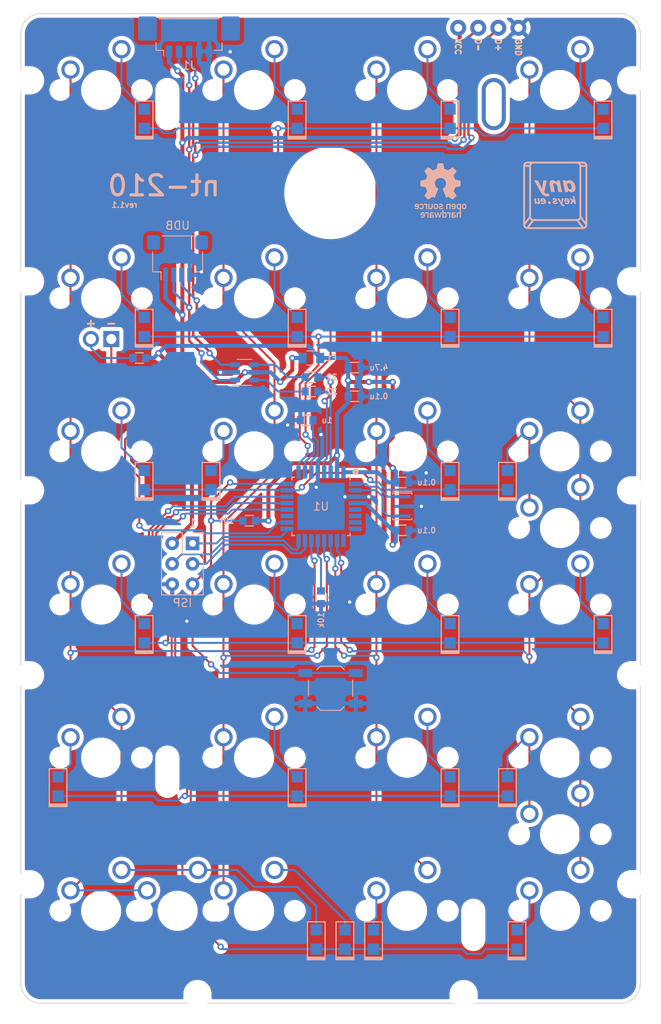
<source format=kicad_pcb>
(kicad_pcb (version 20211014) (generator pcbnew)
  (layers (0 "F.Cu" signal) (31 "B.Cu" signal) (34 "B.Paste" user) (35 "F.Paste" user) (36 "B.SilkS" user "B.Silkscreen") (37 "F.SilkS" user "F.Silkscreen") (38 "B.Mask" user) (39 "F.Mask" user) (44 "Edge.Cuts" user))
  (net 0 "")
  (net 1 "Net-(C5-Pad1)")
  (net 2 "GND")
  (net 3 "VCC")
  (net 4 "VUSB")
  (net 5 "D+")
  (net 6 "D-")
  (net 7 "MISO")
  (net 8 "SCK")
  (net 9 "MOSI")
  (net 10 "RST")
  (net 11 "Net-(R1-Pad1)")
  (net 12 "Net-(L1-Pad2)")
  (net 13 "Net-(D1-Pad2)")
  (net 14 "col0")
  (net 15 "Net-(D2-Pad2)")
  (net 16 "col1")
  (net 17 "Net-(D3-Pad2)")
  (net 18 "col2")
  (net 19 "col3")
  (net 20 "Net-(D5-Pad2)")
  (net 21 "Net-(D9-Pad2)")
  (net 22 "Net-(D10-Pad2)")
  (net 23 "Net-(D12-Pad2)")
  (net 24 "Net-(D13-Pad2)")
  (net 26 "Net-(D20-Pad2)")
  (net 28 "Net-(D21-Pad2)")
  (net 29 "Net-(D22-Pad2)")
  (net 30 "Net-(L1-Pad1)")
  (net 35 "Net-(U1-Pad2)")
  (net 36 "Net-(U1-Pad1)")
  (net 37 "row0")
  (net 38 "row1")
  (net 39 "row2")
  (net 40 "row3")
  (net 41 "row4")
  (net 42 "row5")
  (net 43 "Net-(D23-Pad2)")
  (net 44 "Net-(D17-Pad2)")
  (net 45 "Net-(D18-Pad2)")
  (net 46 "Net-(D19-Pad2)")
  (net 47 "Net-(D24-Pad2)")
  (net 48 "Net-(D14-Pad2)")
  (net 49 "Net-(D15-Pad2)")
  (net 50 "Net-(D16-Pad2)")
  (net 51 "Net-(D11-Pad2)")
  (net 52 "Net-(D4-Pad2)")
  (net 53 "Net-(D6-Pad2)")
  (net 54 "Net-(D7-Pad2)")
  (net 55 "Net-(D8-Pad2)")
  (net 56 "Net-(R1-Pad2)")
  (net 57 "Net-(R2-Pad1)")
  (net 58 "Net-(R2-Pad2)")
  (net 59 "Net-(R3-Pad2)")
  (footprint "footprints:solder_header" (layer "F.Cu") (at 57.745353 1.785931)
    (fp_text reference "J4" hide)
    (fp_text value "Solder header")
  )
  (footprint "Keeb_switches:CHERRY_PLATE_100H" (layer "F.Cu") (at 28.575 9.525)
    (fp_text reference "K2" hide)
    (fp_text value "KEYSW" hide)
  )
  (footprint "Keeb_switches:CHERRY_PLATE_100H" (layer "F.Cu") (at 66.675008 111.625008)
    (fp_text reference "K24" hide)
    (fp_text value "KEYSW" hide)
  )
  (footprint "footprints:sidehole" (layer "F.Cu") (at 0.175008 59.325008)
    (fp_text reference "REF**" hide)
    (fp_text value "sidehole")
  )
  (footprint "footprints:sidehole" (layer "F.Cu") (at 76.025008 8.325008)
    (fp_text reference "REF**" hide)
    (fp_text value "sidehole")
  )
  (footprint "footprints:plate_mount_tht" (layer "F.Cu") (at 66.675 9.525)
    (fp_text reference "REF**" hide)
    (fp_text value "plate_mount_tht")
  )
  (footprint "Keeb_switches:CHERRY_PLATE_100H" (layer "F.Cu") (at 28.575008 92.575008)
    (fp_text reference "K18" hide)
    (fp_text value "KEYSW" hide)
  )
  (footprint "Keeb_switches:CHERRY_PLATE_100H" (layer "F.Cu") (at 66.675008 73.525008)
    (fp_text reference "K16" hide)
    (fp_text value "KEYSW" hide)
  )
  (footprint "Keeb_switches:CHERRY_PLATE_100H" (layer "F.Cu") (at 9.525008 54.475008)
    (fp_text reference "K9" hide)
    (fp_text value "KEYSW" hide)
  )
  (footprint "Keeb_switches:CHERRY_PLATE_100H" (layer "F.Cu") (at 9.525008 92.575008)
    (fp_text reference "K17" hide)
    (fp_text value "KEYSW" hide)
  )
  (footprint "Keeb_switches:CHERRY_PLATE_100H" (layer "F.Cu") (at 47.625008 111.625008)
    (fp_text reference "K23" hide)
    (fp_text value "KEYSW" hide)
  )
  (footprint "Keeb_switches:CHERRY_PLATE_200H" (layer "F.Cu") (at 19.050008 111.625008)
    (fp_text reference "K21" hide)
    (fp_text value "KEYSW" hide)
  )
  (footprint "footprints:sidehole" (layer "F.Cu") (at 54.675008 122.475008 90)
    (fp_text reference "REF**" hide)
    (fp_text value "sidehole")
  )
  (footprint "footprints:sidehole" (layer "F.Cu") (at 0.175008 33.325008)
    (fp_text reference "REF**" hide)
    (fp_text value "sidehole")
  )
  (footprint "Keeb_switches:CHERRY_PLATE_100H" (layer "F.Cu") (at 9.525 9.525)
    (fp_text reference "K1" hide)
    (fp_text value "KEYSW" hide)
  )
  (footprint "footprints:sidehole" (layer "F.Cu") (at 76.025008 82.325008)
    (fp_text reference "REF**" hide)
    (fp_text value "sidehole")
  )
  (footprint "footprints:sidehole" (layer "F.Cu") (at 76.025008 59.325008)
    (fp_text reference "REF**" hide)
    (fp_text value "sidehole")
  )
  (footprint "footprints:10.5mm_hole" (layer "F.Cu") (at 38.100008 22.325008)
    (fp_text reference "REF**" hide)
    (fp_text value "10.5mm_hole")
  )
  (footprint "Keeb_switches:CHERRY_PLATE_100H" (layer "F.Cu") (at 47.625008 35.425008)
    (fp_text reference "K7" hide)
    (fp_text value "KEYSW" hide)
  )
  (footprint "Keeb_switches:CHERRY_PLATE_100H" (layer "F.Cu") (at 66.675008 92.575008)
    (fp_text reference "K20-1" hide)
    (fp_text value "KEYSW" hide)
  )
  (footprint "footprints:sidehole" (layer "F.Cu") (at 0.175008 108.325008)
    (fp_text reference "REF**" hide)
    (fp_text value "sidehole")
  )
  (footprint "Keeb_switches:CHERRY_MX_LED_neo" (layer "F.Cu") (at 9.525008 35.425008)
    (fp_text reference "L1" hide)
    (fp_text value "LED" hide)
  )
  (footprint "Keeb_switches:CHERRY_PLATE_100H" (layer "F.Cu") (at 9.525008 35.425008)
    (fp_text reference "K5" hide)
    (fp_text value "KEYSW" hide)
  )
  (footprint "footprints:sidehole" (layer "F.Cu") (at 0.175008 82.325008)
    (fp_text reference "REF**" hide)
    (fp_text value "sidehole")
  )
  (footprint "Keeb_switches:CHERRY_PLATE_200H_V" (layer "F.Cu") (at 66.675008 64.000008)
    (fp_text reference "K12" hide)
    (fp_text value "KEYSW" hide)
  )
  (footprint "Keeb_switches:CHERRY_PLATE_100H" (layer "F.Cu") (at 47.625008 92.575008)
    (fp_text reference "K19" hide)
    (fp_text value "KEYSW" hide)
  )
  (footprint "footprints:sidehole" (layer "F.Cu") (at 76.025008 108.325008)
    (fp_text reference "REF**" hide)
    (fp_text value "sidehole")
  )
  (footprint "footprints:sidehole" (layer "F.Cu") (at 21.525008 122.475008 90)
    (fp_text reference "REF**" hide)
    (fp_text value "sidehole")
  )
  (footprint "Keeb_switches:CHERRY_PLATE_100H" (layer "F.Cu") (at 9.525008 111.625008)
    (fp_text reference "K21-1" hide)
    (fp_text value "KEYSW" hide)
  )
  (footprint "footprints:sidehole" (layer "F.Cu") (at 76.025008 33.325008)
    (fp_text reference "REF**" hide)
    (fp_text value "sidehole")
  )
  (footprint "Keeb_switches:CHERRY_PLATE_100H" (layer "F.Cu") (at 66.675008 54.475008)
    (fp_text reference "K12-1" hide)
    (fp_text value "KEYSW" hide)
  )
  (footprint "Keeb_switches:CHERRY_PLATE_100H" (layer "F.Cu") (at 47.625008 73.525008)
    (fp_text reference "K15" hide)
    (fp_text value "KEYSW" hide)
  )
  (footprint "Keeb_switches:CHERRY_PLATE_100H" (layer "F.Cu") (at 28.575008 54.475008)
    (fp_text reference "K10" hide)
    (fp_text value "KEYSW" hide)
  )
  (footprint "Keeb_switches:CHERRY_PLATE_100H" (layer "F.Cu") (at 66.675008 35.425008)
    (fp_text reference "K8" hide)
    (fp_text value "KEYSW" hide)
  )
  (footprint "Keeb_switches:CHERRY_PLATE_100H" (layer "F.Cu") (at 66.675 9.525)
    (fp_text reference "K4" hide)
    (fp_text value "KEYSW" hide)
  )
  (footprint "footprints:sidehole" (layer "F.Cu") (at 0.175008 8.325008)
    (fp_text reference "REF**" hide)
    (fp_text value "sidehole")
  )
  (footprint "Keeb_switches:CHERRY_PLATE_200H_V" (layer "F.Cu") (at 66.675008 102.100008)
    (fp_text reference "K20" hide)
    (fp_text value "KEYSW" hide)
  )
  (footprint "Keeb_switches:CHERRY_PLATE_100H" (layer "F.Cu") (at 28.575008 35.425008)
    (fp_text reference "K6" hide)
    (fp_text value "KEYSW" hide)
  )
  (footprint "Keeb_switches:CHERRY_PLATE_100H" (layer "F.Cu") (at 47.625008 54.475008)
    (fp_text reference "K11" hide)
    (fp_text value "KEYSW" hide)
  )
  (footprint "Keeb_switches:CHERRY_PLATE_100H" (layer "F.Cu") (at 28.575008 73.525008)
    (fp_text reference "K14" hide)
    (fp_text value "KEYSW" hide)
  )
  (footprint "Keeb_switches:CHERRY_PLATE_100H" (layer "F.Cu") (at 28.575008 111.625008)
    (fp_text reference "K22" hide)
    (fp_text value "KEYSW" hide)
  )
  (footprint "Keeb_switches:CHERRY_PLATE_100H" (layer "F.Cu") (at 9.525008 73.525008)
    (fp_text reference "K13" hide)
    (fp_text value "KEYSW" hide)
  )
  (footprint "Keeb_switches:CHERRY_PLATE_100H" (layer "F.Cu") (at 47.625 9.525)
    (fp_text reference "K3" hide)
    (fp_text value "KEYSW" hide)
  )
  (footprint "Keeb_components:C_0603" (layer "B.Cu") (at 41.076589 44.053154)
    (fp_text reference "C4" hide)
    (fp_text value "4.7u")
  )
  (footprint "Keeb_components:D_0805" (layer "B.Cu") (at 33.932841 96.146934 90)
    (fp_text reference "D18")
    (fp_text value "D" hide)
  )
  (footprint "Keeb_components:D_0805" (layer "B.Cu") (at 52.982857 58.046902 90)
    (fp_text reference "D11")
    (fp_text value "D" hide)
  )
  (footprint "Keeb_components:ATMEGA32U2" (layer "B.Cu") (at 36.909398 61.317231 180)
    (fp_text reference "U1")
    (fp_text value "ATMEGA32U2")
  )
  (footprint "Button_Switch_SMD:SW_SPST_TL3342" (layer "B.Cu") (at 38.100024 83.939125)
    (fp_text reference "SW1" hide)
    (fp_text value "Reset")
  )
  (footprint "footprints:plate_mount" (layer "B.Cu") (at 9.525008 92.575008 180)
    (fp_text reference "REF**" hide)
    (fp_text value "plate_mount")
  )
  (footprint "Keeb_components:D_0805" (layer "B.Cu") (at 14.882825 77.096918 90)
    (fp_text reference "D13")
    (fp_text value "D" hide)
  )
  (footprint "Keeb_components:D_0805" (layer "B.Cu") (at 39.885971 115.19695 90)
    (fp_text reference "D22")
    (fp_text value "D" hide)
  )
  (footprint "Keeb_components:C_0603" (layer "B.Cu") (at 41.076589 47.625032)
    (fp_text reference "C1" hide)
    (fp_text value "0.1u")
  )
  (footprint "Keeb_components:JST_SH_SM04B-SRSS-TB_1x04-1MP_P1.00mm_Horizontal" (layer "B.Cu") (at 19.050008 30.360955)
    (fp_text reference "J3" hide)
    (fp_text value "UDB")
  )
  (footprint "Keeb_components:F_0805" (layer "B.Cu") (at 35.718772 42.862528 180)
    (fp_text reference "F1")
    (fp_text value "Fuse" hide)
  )
  (footprint "Keeb_components:C_0603" (layer "B.Cu") (at 35.123459 50.601597 180)
    (fp_text reference "C5" hide)
    (fp_text value "1u")
  )
  (footprint "Keeb_components:D_0805" (layer "B.Cu") (at 33.932841 38.996886 90)
    (fp_text reference "D6")
    (fp_text value "D" hide)
  )
  (footprint "Keeb_components:D_0805" (layer "B.Cu") (at 33.932833 13.096878 90)
    (fp_text reference "D2")
    (fp_text value "D" hide)
  )
  (footprint "Keeb_components:D_0805" (layer "B.Cu") (at 36.314093 115.19695 90)
    (fp_text reference "D21")
    (fp_text value "D" hide)
  )
  (footprint "Keeb_components:D_0805" (layer "B.Cu") (at 61.317239 115.19695 90)
    (fp_text reference "D24")
    (fp_text value "D" hide)
  )
  (footprint "Keeb_components:R_0603" (layer "B.Cu") (at 27.979703 63.10317)
    (fp_text reference "R4" hide)
    (fp_text value "10k")
  )
  (footprint "footprints:plate_mount" (layer "B.Cu") (at 47.62504 111.625072 180)
    (fp_text reference "REF**" hide)
    (fp_text value "plate_mount")
  )
  (footprint "Keeb_components:USBLC6-2SC6" (layer "B.Cu") (at 27.38439 44.648467 180)
    (fp_text reference "U2" hide)
    (fp_text value "USBLC6-2SC6")
  )
  (footprint "Keeb_components:D_0805" (layer "B.Cu") (at 43.457849 115.19695 90)
    (fp_text reference "D23")
    (fp_text value "D" hide)
  )
  (footprint "Keeb_components:D_0805" (layer "B.Cu") (at 52.982857 38.996886 90)
    (fp_text reference "D7")
    (fp_text value "D" hide)
  )
  (footprint "Keeb_components:D_0805" (layer "B.Cu") (at 14.882825 38.996886 90)
    (fp_text reference "D5")
    (fp_text value "D" hide)
  )
  (footprint "Keeb_components:oshw" (layer "B.Cu") (at 51.792223 22.026573 180)
    (fp_text reference "G***" hide)
    (fp_text value "LOGO" hide)
  )
  (footprint "Keeb_components:D_0805" (layer "B.Cu") (at 72.032865 13.096878 90)
    (fp_text reference "D4")
    (fp_text value "D" hide)
  )
  (footprint "Keeb_components:D_0805" (layer "B.Cu") (at 52.982857 77.096918 90)
    (fp_text reference "D15")
    (fp_text value "D" hide)
  )
  (footprint "Keeb_components:D_0805" (layer "B.Cu") (at 60.126613 58.046902 90)
    (fp_text reference "D12")
    (fp_text value "D" hide)
  )
  (footprint "Keeb_components:D_0805" (layer "B.Cu") (at 4.167191 96.146934 90)
    (fp_text reference "D17")
    (fp_text value "D" hide)
  )
  (footprint "Keeb_components:D_0805" (layer "B.Cu") (at 60.126613 96.146934 90)
    (fp_text reference "D20")
    (fp_text value "D" hide)
  )
  (footprint "Keeb_components:D_0805" (layer "B.Cu") (at 23.217207 58.046902 90)
    (fp_text reference "D10")
    (fp_text value "D" hide)
  )
  (footprint "Keeb_components:R_0603" (layer "B.Cu") (at 36.909398 72.628178 90)
    (fp_text reference "R3" hide)
    (fp_text value "10k")
  )
  (footprint "Keeb_components:D_0805" (layer "B.Cu") (at 14.882825 58.046902 90)
    (fp_text reference "D9")
    (fp_text value "D" hide)
  )
  (footprint "Keeb_components:D_0805" (layer "B.Cu") (at 52.982857 96.146934 90)
    (fp_text reference "D19")
    (fp_text value "D" hide)
  )
  (footprint "Keeb_components:D_0805" (layer "B.Cu") (at 33.932841 77.096918 90)
    (fp_text reference "D14")
    (fp_text value "D" hide)
  )
  (footprint "Keeb_components:logo_new" (layer "B.Cu") (at 66.079735 22.621886 180)
    (fp_text reference "G***" hide)
    (fp_text value "LOGO" hide)
  )
  (footprint "Keeb_components:isp_standard" (layer "B.Cu") (at 19.645321 68.460987 180)
    (fp_text reference "J2" hide)
    (fp_text value "ISP")
  )
  (footprint "Keeb_components:D_0805" (layer "B.Cu") (at 72.032873 77.096918 90)
    (fp_text reference "D16")
    (fp_text value "D" hide)
  )
  (footprint "Keeb_components:R_0603" (layer "B.Cu") (at 35.718772 45.24378 180)
    (fp_text reference "R2" hide)
    (fp_text value "22")
  )
  (footprint "Keeb_components:D_0805" (layer "B.Cu") (at 72.032873 38.996886 90)
    (fp_text reference "D8")
    (fp_text value "D" hide)
  )
  (footprint "Keeb_components:R_0603" (layer "B.Cu") (at 14.287504 42.862528 180)
    (fp_text reference "R5" hide)
    (fp_text value "1k")
  )
  (footprint "Keeb_components:D_0805" (layer "B.Cu") (at 14.882817 13.096878 90)
    (fp_text reference "D1")
    (fp_text value "D" hide)
  )
  (footprint "Keeb_components:R_0603" (layer "B.Cu") (at 35.718772 47.029719 180)
    (fp_text reference "R1" hide)
    (fp_text value "22")
  )
  (footprint "Keeb_components:C_0603" (layer "B.Cu") (at 47.029719 58.340666)
    (fp_text reference "C2" hide)
    (fp_text value "0.1u")
  )
  (footprint "Keeb_components:Resonator_SMD_muRata_CSTNExxV-3Pin-p1.2" (layer "B.Cu") (at 47.029719 61.317231 -90)
    (fp_text reference "X1" hide)
    (fp_text value "16mhz")
  )
  (footprint "footprints:Molex-PicoBlade-533980571" (layer "B.Cu") (at 20.475008 3.375008)
    (fp_text reference "J1")
    (fp_text value "53398-0571")
  )
  (footprint "Keeb_components:C_0603" (layer "B.Cu") (at 47.029719 64.293796)
    (fp_text reference "C3" hide)
    (fp_text value "0.1u")
  )
  (footprint "footprints:plate_mount" (layer "B.Cu") (at 9.525 9.525 180)
    (fp_text reference "REF**" hide)
    (fp_text value "plate_mount")
  )
  (footprint "Keeb_components:D_0805" (layer "B.Cu") (at 52.982849 13.096878 90)
    (fp_text reference "D3")
    (fp_text value "D" hide)
  )
  (gr_arc (start 74.175008 0.025008) (mid 75.942775 0.757241) (end 76.675008 2.525008) (layer "Edge.Cuts") (width 0.1))
  (gr_line (start -0.474992 2.525008) (end -0.474992 120.625008) (layer "Edge.Cuts") (width 0.1))
  (gr_arc (start 76.675008 120.625008) (mid 75.942775 122.392775) (end 74.175008 123.125008) (layer "Edge.Cuts") (width 0.1))
  (gr_arc (start 2.025008 123.125008) (mid 0.257241 122.392775) (end -0.474992 120.625008) (layer "Edge.Cuts") (width 0.1))
  (gr_arc (start -0.474992 2.525008) (mid 0.257241 0.757241) (end 2.025008 0.025008) (layer "Edge.Cuts") (width 0.1))
  (gr_line (start 74.175008 0.025008) (end 2.025008 0.025008) (layer "Edge.Cuts") (width 0.1))
  (gr_line (start 76.675008 120.625008) (end 76.675008 2.525008) (layer "Edge.Cuts") (width 0.1))
  (gr_line (start 2.025008 123.125008) (end 74.175008 123.125008) (layer "Edge.Cuts") (width 0.1))
  (gr_text "D+" (at 58.995353 3.035931 90) (layer "B.SilkS") (effects (font (size 0.7 0.7)) (justify left mirror)))
  (gr_text "D-" (at 56.495353 3.035931 90) (layer "B.SilkS") (effects (font (size 0.7 0.7)) (justify left mirror)))
  (gr_text "rev1.1" (at 10.715626 23.812512) (layer "B.SilkS") (effects (font (size 0.7 0.7)) (justify right mirror)))
  (gr_text "VCC" (at 53.995353 3.035931 90) (layer "B.SilkS") (effects (font (size 0.7 0.7)) (justify left mirror)))
  (gr_text "GND" (at 61.495353 3.035931 90) (layer "B.SilkS") (effects (font (size 0.7 0.7)) (justify left mirror)))
  (gr_text "nt-210" (at 10.120313 21.43126) (layer "B.SilkS") (effects (font (size 2.5 2.5) (thickness 0.4)) (justify right mirror)))
  (gr_text "VCC" (at 53.995353 3.035931 -90) (layer "F.SilkS") (effects (font (size 0.7 0.7)) (justify left)))
  (gr_text "D+" (at 58.995353 3.035931 -90) (layer "F.SilkS") (effects (font (size 0.7 0.7)) (justify left)))
  (gr_text "D-" (at 56.495353 3.035931 -90) (layer "F.SilkS") (effects (font (size 0.7 0.7)) (justify left)))
  (gr_text "GND" (at 61.495353 3.035931 -90) (layer "F.SilkS") (effects (font (size 0.7 0.7)) (justify left)))
  (segment (start 35.910959 52.579723) (end 35.910959 50.601597) (width 0.25) (layer "B.Cu") (net 1))
  (segment (start 35.709398 55.664594) (end 36.485838 54.888154) (width 0.25) (layer "B.Cu") (net 1))
  (segment (start 35.709398 57.067231) (end 35.709398 55.664594) (width 0.25) (layer "B.Cu") (net 1))
  (segment (start 36.485838 53.154602) (end 35.910959 52.579723) (width 0.25) (layer "B.Cu") (net 1))
  (segment (start 36.485838 54.888154) (end 36.485838 53.154602) (width 0.25) (layer "B.Cu") (net 1))
  (segment (start 18.375321 71.000987) (end 18.375321 73.144117) (width 0.5) (layer "F.Cu") (net 2))
  (segment (start 18.375321 73.144117) (end 19.050008 73.818804) (width 0.5) (layer "F.Cu") (net 2))
  (segment (start 20.190821 74.959617) (end 20.190821 75.604743) (width 0.5) (layer "F.Cu") (net 2))
  (segment (start 19.050008 73.818804) (end 20.190821 74.959617) (width 0.5) (layer "F.Cu") (net 2))
  (via (at 36.314085 58.935979) (size 0.8) (drill 0.4) (layers "F.Cu" "B.Cu") (net 2))
  (via (at 32.742207 51.19691) (size 0.8) (drill 0.4) (layers "F.Cu" "B.Cu") (net 2))
  (via (at 39.885963 60.126605) (size 0.8) (drill 0.4) (layers "F.Cu" "B.Cu") (net 2))
  (via (at 42.862528 60.126605) (size 0.8) (drill 0.4) (layers "F.Cu" "B.Cu") (net 2))
  (via (at 50.006284 57.15004) (size 0.8) (drill 0.4) (layers "F.Cu" "B.Cu") (net 2))
  (via (at 36.910378 52.387536) (size 0.8) (drill 0.4) (layers "F.Cu" "B.Cu") (net 2))
  (via (at 20.190821 75.604743) (size 0.8) (drill 0.4) (layers "F.Cu" "B.Cu") (net 2))
  (via (at 22.026573 32.146894) (size 0.8) (drill 0.4) (layers "F.Cu" "B.Cu") (net 2))
  (via (at 49.410971 61.317231) (size 0.8) (drill 0.4) (layers "F.Cu" "B.Cu") (net 2))
  (via (at 40.481284 73.223499) (size 0.8) (drill 0.4) (layers "F.Cu" "B.Cu") (net 2))
  (via (at 25.598451 4.762496) (size 0.8) (drill 0.4) (layers "F.Cu" "B.Cu") (net 2))
  (via (at 24.407825 44.648467) (size 0.8) (drill 0.4) (layers "F.Cu" "B.Cu") (net 2))
  (segment (start 47.817219 58.340666) (end 47.817219 57.553166) (width 0.5) (layer "B.Cu") (net 2))
  (segment (start 36.909398 73.415678) (end 40.289105 73.415678) (width 0.5) (layer "B.Cu") (net 2))
  (segment (start 22.975008 4.625008) (end 25.460963 4.625008) (width 0.3) (layer "B.Cu") (net 2))
  (segment (start 26.23439 44.648467) (end 24.407825 44.648467) (width 0.5) (layer "B.Cu") (net 2))
  (segment (start 47.029719 61.317231) (end 49.410971 61.317231) (width 0.5) (layer "B.Cu") (net 2))
  (segment (start 37.060358 52.537516) (end 37.060358 55.126127) (width 0.5) (layer "B.Cu") (net 2))
  (segment (start 40.289105 73.415678) (end 40.481284 73.223499) (width 0.5) (layer "B.Cu") (net 2))
  (segment (start 37.060358 55.126127) (end 36.509398 55.677087) (width 0.5) (layer "B.Cu") (net 2))
  (segment (start 47.817219 57.553166) (end 48.220345 57.15004) (width 0.5) (layer "B.Cu") (net 2))
  (segment (start 21.725008 4.625008) (end 22.975008 4.625008) (width 0.3) (layer "B.Cu") (net 2))
  (segment (start 39.895337 60.117231) (end 39.885963 60.126605) (width 0.5) (layer "B.Cu") (net 2))
  (segment (start 34.335959 50.601597) (end 33.33752 50.601597) (width 0.5) (layer "B.Cu") (net 2))
  (segment (start 33.33752 50.601597) (end 32.742207 51.19691) (width 0.5) (layer "B.Cu") (net 2))
  (segment (start 36.509398 55.677087) (end 36.509398 57.067231) (width 0.5) (layer "B.Cu") (net 2))
  (segment (start 36.509398 58.740666) (end 36.314085 58.935979) (width 0.5) (layer "B.Cu") (net 2))
  (segment (start 25.460963 4.625008) (end 25.598451 4.762496) (width 0.3) (layer "B.Cu") (net 2))
  (segment (start 41.159398 60.117231) (end 42.853154 60.117231) (width 0.5) (layer "B.Cu") (net 2))
  (segment (start 36.509398 57.067231) (end 36.509398 58.740666) (width 0.5) (layer "B.Cu") (net 2))
  (segment (start 20.550008 32.510955) (end 21.662512 32.510955) (width 0.5) (layer "B.Cu") (net 2))
  (segment (start 41.159398 60.117231) (end 39.895337 60.117231) (width 0.5) (layer "B.Cu") (net 2))
  (segment (start 42.853154 60.117231) (end 42.862528 60.126605) (width 0.5) (layer "B.Cu") (net 2))
  (segment (start 48.220345 57.15004) (end 50.006284 57.15004) (width 0.5) (layer "B.Cu") (net 2))
  (segment (start 21.662512 32.510955) (end 22.026573 32.146894) (width 0.5) (layer "B.Cu") (net 2))
  (segment (start 36.910378 52.387536) (end 37.060358 52.537516) (width 0.5) (layer "B.Cu") (net 2))
  (segment (start 45.131587 55.847221) (end 45.131587 53.442198) (width 0.5) (layer "F.Cu") (net 3))
  (segment (start 45.131587 53.442198) (end 45.715015 52.85877) (width 0.5) (layer "F.Cu") (net 3))
  (segment (start 30.360955 63.10317) (end 30.360955 58.935979) (width 0.5) (layer "F.Cu") (net 3))
  (segment (start 37.932833 55.959414) (end 38.909398 54.982849) (width 0.5) (layer "F.Cu") (net 3))
  (segment (start 30.360955 58.935979) (end 33.33752 55.959414) (width 0.5) (layer "F.Cu") (net 3))
  (segment (start 45.839093 52.734692) (end 45.839093 45.839093) (width 0.5) (layer "F.Cu") (net 3))
  (segment (start 33.33752 55.959414) (end 37.932833 55.959414) (width 0.5) (layer "F.Cu") (net 3))
  (segment (start 45.839093 56.554727) (end 45.131587 55.847221) (width 0.5) (layer "F.Cu") (net 3))
  (segment (start 45.715015 52.85877) (end 45.839093 52.734692) (width 0.5) (layer "F.Cu") (net 3))
  (segment (start 45.839093 56.554727) (end 45.839093 66.079735) (width 0.5) (layer "F.Cu") (net 3))
  (segment (start 20.835947 63.460361) (end 20.835947 46.434406) (width 0.5) (layer "F.Cu") (net 3))
  (segment (start 40.481276 45.839093) (end 40.289089 45.646906) (width 0.5) (layer "F.Cu") (net 3))
  (segment (start 42.862528 45.839093) (end 40.481276 45.839093) (width 0.5) (layer "F.Cu") (net 3))
  (segment (start 20.835947 46.434406) (end 16.668756 42.267215) (width 0.5) (layer "F.Cu") (net 3))
  (segment (start 18.375321 65.920987) (end 20.835947 63.460361) (width 0.5) (layer "F.Cu") (net 3))
  (via (at 40.289089 45.646906) (size 0.8) (drill 0.4) (layers "F.Cu" "B.Cu") (net 3))
  (via (at 16.668756 42.267215) (size 0.8) (drill 0.4) (layers "F.Cu" "B.Cu") (net 3))
  (via (at 45.839093 66.079735) (size 0.8) (drill 0.4) (layers "F.Cu" "B.Cu") (net 3))
  (via (at 45.839093 56.554727) (size 0.8) (drill 0.4) (layers "F.Cu" "B.Cu") (net 3))
  (via (at 38.909398 54.982849) (size 0.8) (drill 0.4) (layers "F.Cu" "B.Cu") (net 3))
  (via (at 45.839093 45.839093) (size 0.8) (drill 0.4) (layers "F.Cu" "B.Cu") (net 3))
  (via (at 30.360955 63.10317) (size 0.8) (drill 0.4) (layers "F.Cu" "B.Cu") (net 3))
  (via (at 42.862528 45.839093) (size 0.8) (drill 0.4) (layers "F.Cu" "B.Cu") (net 3))
  (segment (start 45.24378 58.340666) (end 43.970345 57.067231) (width 0.5) (layer "B.Cu") (net 3))
  (segment (start 35.302641 41.346397) (end 17.589574 41.346397) (width 0.5) (layer "B.Cu") (net 3))
  (segment (start 40.289089 44.053154) (end 40.289089 43.265654) (width 0.5) (layer "B.Cu") (net 3))
  (segment (start 46.242219 65.676609) (end 45.839093 66.079735) (width 0.5) (layer "B.Cu") (net 3))
  (segment (start 38.909398 54.982849) (end 38.909398 49.792223) (width 0.5) (layer "B.Cu") (net 3))
  (segment (start 16.668756 42.267215) (end 16.073443 42.862528) (width 0.5) (layer "B.Cu") (net 3))
  (segment (start 16.073443 42.862528) (end 15.075004 42.862528) (width 0.5) (layer "B.Cu") (net 3))
  (segment (start 42.462528 60.917231) (end 41.159398 60.917231) (width 0.5) (layer "B.Cu") (net 3))
  (segment (start 46.242219 64.293796) (end 46.242219 65.676609) (width 0.5) (layer "B.Cu") (net 3))
  (segment (start 45.839093 64.293796) (end 42.462528 60.917231) (width 0.5) (layer "B.Cu") (net 3))
  (segment (start 40.289089 43.265654) (end 39.885963 42.862528) (width 0.5) (layer "B.Cu") (net 3))
  (segment (start 40.289089 48.412532) (end 40.289089 47.625032) (width 0.5) (layer "B.Cu") (net 3))
  (segment (start 36.818772 42.862528) (end 35.302641 41.346397) (width 0.5) (layer "B.Cu") (net 3))
  (segment (start 38.909398 49.792223) (end 40.289089 48.412532) (width 0.5) (layer "B.Cu") (net 3))
  (segment (start 43.970345 57.067231) (end 39.709398 57.067231) (width 0.5) (layer "B.Cu") (net 3))
  (segment (start 17.589574 41.346397) (end 16.668756 42.267215) (width 0.5) (layer "B.Cu") (net 3))
  (segment (start 46.242219 58.340666) (end 46.242219 56.957853) (width 0.5) (layer "B.Cu") (net 3))
  (segment (start 40.289089 45.646906) (end 40.289089 47.625032) (width 0.5) (layer "B.Cu") (net 3))
  (segment (start 45.839093 45.839093) (end 42.862528 45.839093) (width 0.5) (layer "B.Cu") (net 3))
  (segment (start 46.242219 56.957853) (end 45.839093 56.554727) (width 0.5) (layer "B.Cu") (net 3))
  (segment (start 28.767203 63.10317) (end 30.360955 63.10317) (width 0.5) (layer "B.Cu") (net 3))
  (segment (start 39.885963 42.862528) (end 36.818772 42.862528) (width 0.5) (layer "B.Cu") (net 3))
  (segment (start 46.242219 58.340666) (end 45.24378 58.340666) (width 0.5) (layer "B.Cu") (net 3))
  (segment (start 46.242219 64.293796) (end 45.839093 64.293796) (width 0.5) (layer "B.Cu") (net 3))
  (segment (start 40.289089 44.053154) (end 40.289089 45.646906) (width 0.5) (layer "B.Cu") (net 3))
  (segment (start 38.909398 57.067231) (end 38.909398 54.982849) (width 0.5) (layer "B.Cu") (net 3))
  (segment (start 33.33752 44.341081) (end 31.839508 45.839093) (width 0.5) (layer "F.Cu") (net 4))
  (segment (start 19.645321 37.504711) (end 19.645321 16.073443) (width 0.5) (layer "F.Cu") (net 4))
  (segment (start 54.173483 14.287512) (end 54.173483 15.001067) (width 0.5) (layer "F.Cu") (net 4))
  (segment (start 26.193764 45.839093) (end 23.217199 45.839093) (width 0.5) (layer "F.Cu") (net 4))
  (segment (start 19.645321 42.267215) (end 19.645321 37.504711) (width 0.5) (layer "F.Cu") (net 4))
  (segment (start 33.33752 42.862528) (end 33.33752 44.341081) (width 0.5) (layer "F.Cu") (net 4))
  (segment (start 27.433892 44.648467) (end 27.38439 44.648467) (width 0.5) (layer "F.Cu") (net 4))
  (segment (start 27.38439 44.648467) (end 26.193764 45.839093) (width 0.5) (layer "F.Cu") (net 4))
  (segment (start 53.995353 1.785931) (end 54.173483 1.964061) (width 0.5) (layer "F.Cu") (net 4))
  (segment (start 19.645321 16.073443) (end 19.645321 7.739061) (width 0.5) (layer "F.Cu") (net 4))
  (segment (start 23.217199 45.839093) (end 19.645321 42.267215) (width 0.5) (layer "F.Cu") (net 4))
  (segment (start 19.645321 7.739061) (end 19.050008 7.143748) (width 0.5) (layer "F.Cu") (net 4))
  (segment (start 54.173483 1.964061) (end 54.173483 14.287512) (width 0.5) (layer "F.Cu") (net 4))
  (segment (start 54.173483 15.001067) (end 53.57817 15.59638) (width 0.5) (layer "F.Cu") (net 4))
  (via (at 27.433892 44.648467) (size 0.8) (drill 0.4) (layers "F.Cu" "B.Cu") (net 4))
  (via (at 53.57817 15.59638) (size 0.8) (drill 0.4) (layers "F.Cu" "B.Cu") (net 4))
  (via (at 19.645321 37.504711) (size 0.8) (drill 0.4) (layers "F.Cu" "B.Cu") (net 4))
  (via (at 19.050008 7.143748) (size 0.8) (drill 0.4) (layers "F.Cu" "B.Cu") (net 4))
  (via (at 31.839508 45.839093) (size 0.8) (drill 0.4) (layers "F.Cu" "B.Cu") (net 4))
  (via (at 33.33752 42.862528) (size 0.8) (drill 0.4) (layers "F.Cu" "B.Cu") (net 4))
  (via (at 19.645321 16.073443) (size 0.8) (drill 0.4) (layers "F.Cu" "B.Cu") (net 4))
  (segment (start 33.33752 42.862528) (end 34.618772 42.862528) (width 0.5) (layer "B.Cu") (net 4))
  (segment (start 30.648882 44.648467) (end 31.839508 45.839093) (width 0.5) (layer "B.Cu") (net 4))
  (segment (start 17.550008 35.409398) (end 19.645321 37.504711) (width 0.5) (layer "B.Cu") (net 4))
  (segment (start 27.433892 44.648467) (end 28.53439 44.648467) (width 0.5) (layer "B.Cu") (net 4))
  (segment (start 53.459928 15.478138) (end 20.240626 15.478138) (width 0.5) (layer "B.Cu") (net 4))
  (segment (start 17.550008 32.510955) (end 17.550008 35.409398) (width 0.5) (layer "B.Cu") (net 4))
  (segment (start 53.57817 15.59638) (end 53.459928 15.478138) (width 0.5) (layer "B.Cu") (net 4))
  (segment (start 17.975008 6.068748) (end 19.050008 7.143748) (width 0.5) (layer "B.Cu") (net 4))
  (segment (start 17.975008 4.625008) (end 17.975008 6.068748) (width 0.5) (layer "B.Cu") (net 4))
  (segment (start 28.53439 44.648467) (end 30.648882 44.648467) (width 0.5) (layer "B.Cu") (net 4))
  (segment (start 20.240626 15.478138) (end 19.645321 16.073443) (width 0.5) (layer "B.Cu") (net 4))
  (segment (start 21.244321 8.077605) (end 21.335466 8.16875) (width 0.3) (layer "F.Cu") (net 5))
  (segment (start 20.994341 9.770331) (end 20.994341 14.724439) (width 0.3) (layer "F.Cu") (net 5))
  (segment (start 55.272523 15.077585) (end 55.641739 15.446801) (width 0.3) (layer "F.Cu") (net 5))
  (segment (start 58.995353 1.785931) (end 55.272523 5.508761) (width 0.3) (layer "F.Cu") (net 5))
  (segment (start 55.272523 5.508761) (end 55.272523 7.143756) (width 0.3) (layer "F.Cu") (net 5))
  (segment (start 21.244332 16.481829) (end 21.244332 16.855711) (width 0.3) (layer "F.Cu") (net 5))
  (segment (start 21.43126 37.821499) (end 20.994341 38.258418) (width 0.3) (layer "F.Cu") (net 5))
  (segment (start 21.43126 35.718772) (end 21.43126 37.821499) (width 0.3) (layer "F.Cu") (net 5))
  (segment (start 23.031425 42.269008) (end 23.031425 42.081441) (width 0.3) (layer "F.Cu") (net 5))
  (segment (start 20.994341 18.89163) (end 20.994341 35.281853) (width 0.3) (layer "F.Cu") (net 5))
  (segment (start 20.994341 16.231837) (end 21.133611 16.371108) (width 0.3) (layer "F.Cu") (net 5))
  (segment (start 20.994341 18.89163) (end 20.994341 17.879678) (width 0.3) (layer "F.Cu") (net 5))
  (segment (start 21.133611 16.371108) (end 21.244332 16.481829) (width 0.3) (layer "F.Cu") (net 5))
  (segment (start 20.994341 35.281853) (end 21.43126 35.718772) (width 0.3) (layer "F.Cu") (net 5))
  (segment (start 20.994341 40.044357) (end 20.994341 38.258418) (width 0.3) (layer "F.Cu") (net 5))
  (segment (start 55.272523 7.143756) (end 55.272523 15.077585) (width 0.3) (layer "F.Cu") (net 5))
  (segment (start 20.994341 17.879678) (end 21.244321 17.629698) (width 0.3) (layer "F.Cu") (net 5))
  (segment (start 23.031425 42.081441) (end 20.994341 40.044357) (width 0.3) (layer "F.Cu") (net 5))
  (segment (start 21.335466 8.16875) (end 21.335466 9.429206) (width 0.3) (layer "F.Cu") (net 5))
  (segment (start 21.335466 9.429206) (end 20.994341 9.770331) (width 0.3) (layer "F.Cu") (net 5))
  (segment (start 20.994341 14.724439) (end 20.994341 16.231837) (width 0.3) (layer "F.Cu") (net 5))
  (segment (start 21.244321 17.629698) (end 21.244321 16.855711) (width 0.3) (layer "F.Cu") (net 5))
  (via (at 21.244321 8.077605) (size 0.8) (drill 0.4) (layers "F.Cu" "B.Cu") (net 5))
  (via (at 21.43126 35.718772) (size 0.8) (drill 0.4) (layers "F.Cu" "B.Cu") (net 5))
  (via (at 21.244321 17.629698) (size 0.8) (drill 0.4) (layers "F.Cu" "B.Cu") (net 5))
  (via (at 23.031425 42.269008) (size 0.8) (drill 0.4) (layers "F.Cu" "B.Cu") (net 5))
  (via (at 55.641739 15.446801) (size 0.8) (drill 0.4) (layers "F.Cu" "B.Cu") (net 5))
  (segment (start 53.754816 16.84541) (end 52.655776 16.84541) (width 0.3) (layer "B.Cu") (net 5))
  (segment (start 55.641739 15.794156) (end 54.590485 16.84541) (width 0.3) (layer "B.Cu") (net 5))
  (segment (start 24.460884 43.698467) (end 23.031425 42.269008) (width 0.3) (layer "B.Cu") (net 5))
  (segment (start 20.475008 6.187496) (end 21.244321 6.956809) (width 0.3) (layer "B.Cu") (net 5))
  (segment (start 54.590485 16.84541) (end 53.754816 16.84541) (width 0.3) (layer "B.Cu") (net 5))
  (segment (start 55.641739 15.446801) (end 55.641739 15.794156) (width 0.3) (layer "B.Cu") (net 5))
  (segment (start 20.475008 4.625008) (end 20.475008 6.187496) (width 0.3) (layer "B.Cu") (net 5))
  (segment (start 19.550008 33.83752) (end 21.43126 35.718772) (width 0.3) (layer "B.Cu") (net 5))
  (segment (start 19.550008 32.510955) (end 19.550008 33.83752) (width 0.3) (layer "B.Cu") (net 5))
  (segment (start 48.815666 16.577178) (end 22.296841 16.577178) (width 0.3) (layer "B.Cu") (net 5))
  (segment (start 52.387544 16.577178) (end 48.815666 16.577178) (width 0.3) (layer "B.Cu") (net 5))
  (segment (start 26.23439 43.698467) (end 24.460884 43.698467) (width 0.3) (layer "B.Cu") (net 5))
  (segment (start 22.296841 16.577178) (end 21.244321 17.629698) (width 0.3) (layer "B.Cu") (net 5))
  (segment (start 52.655776 16.84541) (end 52.387544 16.577178) (width 0.3) (layer "B.Cu") (net 5))
  (segment (start 21.244321 6.956809) (end 21.244321 8.077605) (width 0.3) (layer "B.Cu") (net 5))
  (segment (start 20.494821 40.724713) (end 22.031948 42.26184) (width 0.3) (layer "F.Cu") (net 6))
  (segment (start 20.494821 36.568272) (end 20.494821 40.724713) (width 0.3) (layer "F.Cu") (net 6))
  (segment (start 20.494821 16.922943) (end 20.494821 20.494821) (width 0.3) (layer "F.Cu") (net 6))
  (segment (start 20.494821 20.494821) (end 20.494821 36.568272) (width 0.3) (layer "F.Cu") (net 6))
  (segment (start 54.773003 15.602922) (end 54.675065 15.70086) (width 0.3) (layer "F.Cu") (net 6))
  (segment (start 56.495353 1.785931) (end 54.773003 3.508281) (width 0.3) (layer "F.Cu") (net 6))
  (segment (start 20.494821 8.929687) (end 20.494821 16.922943) (width 0.3) (layer "F.Cu") (net 6))
  (segment (start 54.773003 5.95313) (end 54.773003 15.602922) (width 0.3) (layer "F.Cu") (net 6))
  (segment (start 54.773003 3.508281) (end 54.773003 5.95313) (width 0.3) (layer "F.Cu") (net 6))
  (via (at 20.494821 8.929687) (size 0.8) (drill 0.4) (layers "F.Cu" "B.Cu") (net 6))
  (via (at 54.675065 15.70086) (size 0.8) (drill 0.4) (layers "F.Cu" "B.Cu") (net 6))
  (via (at 22.031948 42.26184) (size 0.8) (drill 0.4) (layers "F.Cu" "B.Cu") (net 6))
  (via (at 20.494821 36.568272) (size 0.8) (drill 0.4) (layers "F.Cu" "B.Cu") (net 6))
  (via (at 20.494821 16.922943) (size 0.8) (drill 0.4) (layers "F.Cu" "B.Cu") (net 6))
  (segment (start 22.031948 42.26184) (end 22.031948 43.463216) (width 0.3) (layer "B.Cu") (net 6))
  (segment (start 52.982857 16.077658) (end 21.340106 16.077658) (width 0.3) (layer "B.Cu") (net 6))
  (segment (start 20.494821 7.397935) (end 19.225008 6.128122) (width 0.3) (layer "B.Cu") (net 6))
  (segment (start 54.030034 16.345891) (end 53.25109 16.345891) (width 0.3) (layer "B.Cu") (net 6))
  (segment (start 18.550008 32.510955) (end 18.550008 34.623459) (width 0.3) (layer "B.Cu") (net 6))
  (segment (start 21.340106 16.077658) (end 20.494821 16.922943) (width 0.3) (layer "B.Cu") (net 6))
  (segment (start 24.167199 45.598467) (end 26.23439 45.598467) (width 0.3) (layer "B.Cu") (net 6))
  (segment (start 18.550008 34.623459) (end 20.494821 36.568272) (width 0.3) (layer "B.Cu") (net 6))
  (segment (start 22.031948 43.463216) (end 24.167199 45.598467) (width 0.3) (layer "B.Cu") (net 6))
  (segment (start 20.494821 8.929687) (end 20.494821 7.397935) (width 0.3) (layer "B.Cu") (net 6))
  (segment (start 54.675065 15.70086) (end 54.030034 16.345891) (width 0.3) (layer "B.Cu") (net 6))
  (segment (start 53.25109 16.345891) (end 52.982857 16.077658) (width 0.3) (layer "B.Cu") (net 6))
  (segment (start 19.225008 6.128122) (end 19.225008 4.625008) (width 0.3) (layer "B.Cu") (net 6))
  (segment (start 32.659398 64.117231) (end 32.659398 64.376605) (width 0.25) (layer "B.Cu") (net 7))
  (segment (start 24.693727 65.117711) (end 31.918292 65.117711) (width 0.25) (layer "B.Cu") (net 7))
  (segment (start 32.659398 64.376605) (end 31.918292 65.117711) (width 0.25) (layer "B.Cu") (net 7))
  (segment (start 20.915321 65.920987) (end 23.89045 65.920987) (width 0.25) (layer "B.Cu") (net 7))
  (segment (start 23.89045 65.920987) (end 24.693727 65.117711) (width 0.25) (layer "B.Cu") (net 7))
  (segment (start 25.003138 66.079735) (end 22.621886 68.460987) (width 0.25) (layer "B.Cu") (net 8))
  (segment (start 33.201581 67.134422) (end 32.146894 66.079735) (width 0.25) (layer "B.Cu") (net 8))
  (segment (start 34.909398 65.567231) (end 34.909398 66.617231) (width 0.25) (layer "B.Cu") (net 8))
  (segment (start 32.146894 66.079735) (end 25.003138 66.079735) (width 0.25) (layer "B.Cu") (net 8))
  (segment (start 34.909398 66.617231) (end 34.392207 67.134422) (width 0.25) (layer "B.Cu") (net 8))
  (segment (start 34.392207 67.134422) (end 33.201581 67.134422) (width 0.25) (layer "B.Cu") (net 8))
  (segment (start 22.621886 68.460987) (end 20.915321 68.460987) (width 0.25) (layer "B.Cu") (net 8))
  (segment (start 18.375321 68.460987) (end 19.565947 67.270361) (width 0.25) (layer "B.Cu") (net 9))
  (segment (start 33.932833 66.675048) (end 34.109398 66.498483) (width 0.25) (layer "B.Cu") (net 9))
  (segment (start 34.109398 66.498483) (end 34.109398 65.567231) (width 0.25) (layer "B.Cu") (net 9))
  (segment (start 32.270108 65.567231) (end 32.596414 65.893538) (width 0.25) (layer "B.Cu") (net 9))
  (segment (start 24.879924 65.567231) (end 32.270108 65.567231) (width 0.25) (layer "B.Cu") (net 9))
  (segment (start 32.596414 65.893538) (end 33.377924 66.675048) (width 0.25) (layer "B.Cu") (net 9))
  (segment (start 23.176794 67.270361) (end 24.879924 65.567231) (width 0.25) (layer "B.Cu") (net 9))
  (segment (start 33.377924 66.675048) (end 33.932833 66.675048) (width 0.25) (layer "B.Cu") (net 9))
  (segment (start 19.565947 67.270361) (end 23.176794 67.270361) (width 0.25) (layer "B.Cu") (net 9))
  (segment (start 23.217199 80.96256) (end 20.915321 78.660682) (width 0.25) (layer "F.Cu") (net 10))
  (segment (start 20.915321 71.000987) (end 23.217199 68.699109) (width 0.25) (layer "F.Cu") (net 10))
  (segment (start 23.217199 60.721918) (end 25.598451 58.340666) (width 0.25) (layer "F.Cu") (net 10))
  (segment (start 23.217199 63.10317) (end 23.217199 60.721918) (width 0.25) (layer "F.Cu") (net 10))
  (segment (start 23.217199 66.079735) (end 23.217199 63.10317) (width 0.25) (layer "F.Cu") (net 10))
  (segment (start 20.915321 78.660682) (end 20.915321 71.000987) (width 0.25) (layer "F.Cu") (net 10))
  (segment (start 23.217199 68.699109) (end 23.217199 66.079735) (width 0.25) (layer "F.Cu") (net 10))
  (via (at 25.598451 58.340666) (size 0.8) (drill 0.4) (layers "F.Cu" "B.Cu") (net 10))
  (via (at 23.217199 80.96256) (size 0.8) (drill 0.4) (layers "F.Cu" "B.Cu") (net 10))
  (via (at 23.217199 63.10317) (size 0.8) (drill 0.4) (layers "F.Cu" "B.Cu") (net 10))
  (segment (start 25.598451 58.340666) (end 25.775016 58.517231) (width 0.25) (layer "B.Cu") (net 10))
  (segment (start 25.775016 58.517231) (end 32.659398 58.517231) (width 0.25) (layer "B.Cu") (net 10))
  (segment (start 34.950024 82.039125) (end 24.293764 82.039125) (width 0.25) (layer "B.Cu") (net 10))
  (segment (start 41.250024 82.039125) (end 34.950024 82.039125) (width 0.25) (layer "B.Cu") (net 10))
  (segment (start 27.192203 63.10317) (end 23.217199 63.10317) (width 0.25) (layer "B.Cu") (net 10))
  (segment (start 24.293764 82.039125) (end 23.217199 80.96256) (width 0.25) (layer "B.Cu") (net 10))
  (segment (start 38.109398 47.634406) (end 38.109398 57.067231) (width 0.3) (layer "B.Cu") (net 11))
  (segment (start 37.504711 47.029719) (end 38.109398 47.634406) (width 0.3) (layer "B.Cu") (net 11))
  (segment (start 36.506272 47.029719) (end 37.504711 47.029719) (width 0.3) (layer "B.Cu") (net 11))
  (segment (start 8.255008 40.505008) (end 8.255008 41.592536) (width 0.25) (layer "B.Cu") (net 12))
  (segment (start 9.525 42.862528) (end 13.500004 42.862528) (width 0.25) (layer "B.Cu") (net 12))
  (segment (start 8.255008 41.592536) (end 9.525 42.862528) (width 0.25) (layer "B.Cu") (net 12))
  (segment (start 12.065 9.079061) (end 12.065 4.445) (width 0.25) (layer "B.Cu") (net 13))
  (segment (start 14.882817 11.896878) (end 12.065 9.079061) (width 0.25) (layer "B.Cu") (net 13))
  (segment (start 5.715 32.885) (end 5.715008 32.885008) (width 0.25) (layer "F.Cu") (net 14))
  (segment (start 5.715008 32.885008) (end 5.715008 51.935008) (width 0.25) (layer "F.Cu") (net 14))
  (segment (start 5.715008 51.935008) (end 5.715008 70.985008) (width 0.25) (layer "F.Cu") (net 14))
  (segment (start 36.099443 68.080317) (end 36.099443 78.79595) (width 0.25) (layer "F.Cu") (net 14))
  (segment (start 5.715008 70.985008) (end 5.715008 79.53382) (width 0.25) (layer "F.Cu") (net 14))
  (segment (start 5.715008 81.145008) (end 12.065008 87.495008) (width 0.25) (layer "F.Cu") (net 14))
  (segment (start 36.099443 78.79595) (end 35.718772 79.176621) (width 0.25) (layer "F.Cu") (net 14))
  (segment (start 5.715008 79.53382) (end 5.715008 80.129133) (width 0.25) (layer "F.Cu") (net 14))
  (segment (start 12.065008 102.735008) (end 5.715008 109.085008) (width 0.25) (layer "F.Cu") (net 14))
  (segment (start 12.065008 87.495008) (end 12.065008 102.735008) (width 0.25) (layer "F.Cu") (net 14))
  (segment (start 5.715 6.985) (end 5.715 32.885) (width 0.25) (layer "F.Cu") (net 14))
  (segment (start 5.715008 80.129133) (end 5.715008 81.145008) (width 0.25) (layer "F.Cu") (net 14))
  (via (at 5.715008 79.53382) (size 0.8) (drill 0.4) (layers "F.Cu" "B.Cu") (net 14))
  (via (at 35.718772 79.176621) (size 0.8) (drill 0.4) (layers "F.Cu" "B.Cu") (net 14))
  (via (at 36.099443 68.080317) (size 0.8) (drill 0.4) (layers "F.Cu" "B.Cu") (net 14))
  (segment (start 35.718772 79.176621) (end 35.573964 79.321429) (width 0.25) (layer "B.Cu") (net 14))
  (segment (start 35.573964 79.321429) (end 5.927399 79.321429) (width 0.25) (layer "B.Cu") (net 14))
  (segment (start 5.715008 109.085008) (end 15.240008 109.085008) (width 0.25) (layer "B.Cu") (net 14))
  (segment (start 35.709398 67.690272) (end 36.099443 68.080317) (width 0.25) (layer "B.Cu") (net 14))
  (segment (start 35.709398 65.567231) (end 35.709398 67.690272) (width 0.25) (layer "B.Cu") (net 14))
  (segment (start 5.927399 79.321429) (end 5.715008 79.53382) (width 0.25) (layer "B.Cu") (net 14))
  (segment (start 31.115 4.445) (end 31.115 9.079045) (width 0.25) (layer "B.Cu") (net 15))
  (segment (start 31.115 9.079045) (end 33.932833 11.896878) (width 0.25) (layer "B.Cu") (net 15))
  (segment (start 37.633898 74.543304) (end 37.633898 78.675005) (width 0.25) (layer "F.Cu") (net 16))
  (segment (start 24.765008 63.3413) (end 31.115008 56.9913) (width 0.25) (layer "F.Cu") (net 16))
  (segment (start 24.765008 70.985008) (end 24.765008 63.3413) (width 0.25) (layer "F.Cu") (net 16))
  (segment (start 24.765 32.885) (end 24.765008 32.885008) (width 0.25) (layer "F.Cu") (net 16))
  (segment (start 24.765008 80.605377) (end 24.765008 90.035008) (width 0.25) (layer "F.Cu") (net 16))
  (segment (start 31.115008 43.497528) (end 24.765008 37.147528) (width 0.25) (layer "F.Cu") (net 16))
  (segment (start 24.765008 90.035008) (end 24.765008 109.085008) (width 0.25) (layer "F.Cu") (net 16))
  (segment (start 24.765 6.985) (end 24.765 32.885) (width 0.25) (layer "F.Cu") (net 16))
  (segment (start 24.765008 80.129117) (end 24.765008 80.605377) (width 0.25) (layer "F.Cu") (net 16))
  (segment (start 37.633898 67.865674) (end 37.633898 74.543304) (width 0.25) (layer "F.Cu") (net 16))
  (segment (start 24.765008 32.885008) (end 24.765008 37.147528) (width 0.25) (layer "F.Cu") (net 16))
  (segment (start 31.115008 56.9913) (end 31.115008 49.395008) (width 0.25) (layer "F.Cu") (net 16))
  (segment (start 37.633898 78.675005) (end 36.425527 79.883376) (width 0.25) (layer "F.Cu") (net 16))
  (segment (start 24.765008 70.985008) (end 24.765008 80.129117) (width 0.25) (layer "F.Cu") (net 16))
  (segment (start 31.115008 49.395008) (end 31.115008 43.497528) (width 0.25) (layer "F.Cu") (net 16))
  (via (at 24.765008 80.129117) (size 0.8) (drill 0.4) (layers "F.Cu" "B.Cu") (net 16))
  (via (at 37.633898 67.865674) (size 0.8) (drill 0.4) (layers "F.Cu" "B.Cu") (net 16))
  (via (at 36.425527 79.883376) (size 0.8) (drill 0.4) (layers "F.Cu" "B.Cu") (net 16))
  (segment (start 37.309398 67.541174) (end 37.633898 67.865674) (width 0.25) (layer "B.Cu") (net 16))
  (segment (start 24.992993 79.901132) (end 24.765008 80.129117) (width 0.25) (layer "B.Cu") (net 16))
  (segment (start 36.425527 79.883376) (end 36.407771 79.901132) (width 0.25) (layer "B.Cu") (net 16))
  (segment (start 36.407771 79.901132) (end 24.992993 79.901132) (width 0.25) (layer "B.Cu") (net 16))
  (segment (start 37.309398 65.567231) (end 37.309398 67.541174) (width 0.25) (layer "B.Cu") (net 16))
  (segment (start 50.165 9.079029) (end 52.982849 11.896878) (width 0.25) (layer "B.Cu") (net 17))
  (segment (start 50.165 4.445) (end 50.165 9.079029) (width 0.25) (layer "B.Cu") (net 17))
  (segment (start 38.695337 69.0563) (end 38.695337 76.795369) (width 0.25) (layer "F.Cu") (net 18))
  (segment (start 43.815008 32.885008) (end 43.815008 51.935008) (width 0.25) (layer "F.Cu") (net 18))
  (segment (start 43.815008 51.935008) (end 43.815008 70.985008) (width 0.25) (layer "F.Cu") (net 18))
  (segment (start 43.815008 80.129101) (end 43.815008 80.724414) (width 0.25) (layer "F.Cu") (net 18))
  (segment (start 43.815 32.885) (end 43.815008 32.885008) (width 0.25) (layer "F.Cu") (net 18))
  (segment (start 43.815 6.985) (end 43.815 32.885) (width 0.25) (layer "F.Cu") (net 18))
  (segment (start 38.695337 78.804192) (end 39.774521 79.883376) (width 0.25) (layer "F.Cu") (net 18))
  (segment (start 43.815008 70.985008) (end 43.815008 80.129101) (width 0.25) (layer "F.Cu") (net 18))
  (segment (start 43.815008 80.724414) (end 43.815008 90.035008) (width 0.25) (layer "F.Cu") (net 18))
  (segment (start 38.695337 76.795369) (end 38.695337 78.804192) (width 0.25) (layer "F.Cu") (net 18))
  (segment (start 43.815008 90.035008) (end 43.815008 100.195008) (width 0.25) (layer "F.Cu") (net 18))
  (segment (start 43.815008 100.195008) (end 50.165008 106.545008) (width 0.25) (layer "F.Cu") (net 18))
  (via (at 39.774521 79.883376) (size 0.8) (drill 0.4) (layers "F.Cu" "B.Cu") (net 18))
  (via (at 38.695337 69.0563) (size 0.8) (drill 0.4) (layers "F.Cu" "B.Cu") (net 18))
  (via (at 43.815008 80.129101) (size 0.8) (drill 0.4) (layers "F.Cu" "B.Cu") (net 18))
  (segment (start 38.100024 67.270361) (end 38.695337 67.865674) (width 0.25) (layer "B.Cu") (net 18))
  (segment (start 38.695337 67.865674) (end 38.695337 69.0563) (width 0.25) (layer "B.Cu") (net 18))
  (segment (start 43.587039 79.901132) (end 43.815008 80.129101) (width 0.25) (layer "B.Cu") (net 18))
  (segment (start 38.109398 67.260987) (end 38.100024 67.270361) (width 0.25) (layer "B.Cu") (net 18))
  (segment (start 39.774521 79.883376) (end 39.792277 79.901132) (width 0.25) (layer "B.Cu") (net 18))
  (segment (start 39.792277 79.901132) (end 43.587039 79.901132) (width 0.25) (layer "B.Cu") (net 18))
  (segment (start 38.109398 65.567231) (end 38.109398 67.260987) (width 0.25) (layer "B.Cu") (net 18))
  (segment (start 69.215008 58.920008) (end 69.215008 65.325714) (width 0.25) (layer "F.Cu") (net 19))
  (segment (start 62.865008 70.985008) (end 63.555714 70.985008) (width 0.25) (layer "F.Cu") (net 19))
  (segment (start 69.215008 87.495008) (end 69.215008 97.020008) (width 0.25) (layer "F.Cu") (net 19))
  (segment (start 62.865008 43.045008) (end 69.215008 49.395008) (width 0.25) (layer "F.Cu") (net 19))
  (segment (start 62.865008 70.985008) (end 62.865008 80.010096) (width 0.25) (layer "F.Cu") (net 19))
  (segment (start 62.865 32.885) (end 62.865008 32.885008) (width 0.25) (layer "F.Cu") (net 19))
  (segment (start 62.865008 80.010096) (end 62.865008 81.145008) (width 0.25) (layer "F.Cu") (net 19))
  (segment (start 39.419837 75.475556) (end 39.419837 78.115182) (width 0.25) (layer "F.Cu") (net 19))
  (segment (start 69.215008 97.020008) (end 69.215008 106.545008) (width 0.25) (layer "F.Cu") (net 19))
  (segment (start 62.865008 32.885008) (end 62.865008 43.045008) (width 0.25) (layer "F.Cu") (net 19))
  (segment (start 39.419837 78.115182) (end 40.481276 79.176621) (width 0.25) (layer "F.Cu") (net 19))
  (segment (start 62.865 6.985) (end 62.865 32.885) (width 0.25) (layer "F.Cu") (net 19))
  (segment (start 39.419837 68.349545) (end 39.419837 75.475556) (width 0.25) (layer "F.Cu") (net 19))
  (segment (start 63.555714 70.985008) (end 69.215008 65.325714) (width 0.25) (layer "F.Cu") (net 19))
  (segment (start 62.865008 81.145008) (end 69.215008 87.495008) (width 0.25) (layer "F.Cu") (net 19))
  (segment (start 69.215008 49.395008) (end 69.215008 58.920008) (width 0.25) (layer "F.Cu") (net 19))
  (via (at 39.419837 68.349545) (size 0.8) (drill 0.4) (layers "F.Cu" "B.Cu") (net 19))
  (via (at 40.481276 79.176621) (size 0.8) (drill 0.4) (layers "F.Cu" "B.Cu") (net 19))
  (via (at 62.865008 80.010096) (size 0.8) (drill 0.4) (layers "F.Cu" "B.Cu") (net 19))
  (segment (start 38.909398 66.889109) (end 39.29065 67.270361) (width 0.25) (layer "B.Cu") (net 19))
  (segment (start 40.626084 79.321429) (end 40.481276 79.176621) (width 0.25) (layer "B.Cu") (net 19))
  (segment (start 40.802594 79.321429) (end 41.527094 79.321429) (width 0.25) (layer "B.Cu") (net 19))
  (segment (start 41.527094 79.321429) (end 62.176341 79.321429) (width 0.25) (layer "B.Cu") (net 19))
  (segment (start 39.29065 67.270361) (end 39.29065 68.220358) (width 0.25) (layer "B.Cu") (net 19))
  (segment (start 39.29065 68.220358) (end 39.419837 68.349545) (width 0.25) (layer "B.Cu") (net 19))
  (segment (start 62.176341 79.321429) (end 62.865008 80.010096) (width 0.25) (layer "B.Cu") (net 19))
  (segment (start 41.527094 79.321429) (end 40.626084 79.321429) (width 0.25) (layer "B.Cu") (net 19))
  (segment (start 38.909398 65.567231) (end 38.909398 66.889109) (width 0.25) (layer "B.Cu") (net 19))
  (segment (start 12.065008 34.979069) (end 12.065008 30.345008) (width 0.25) (layer "B.Cu") (net 20))
  (segment (start 14.882825 37.796886) (end 12.065008 34.979069) (width 0.25) (layer "B.Cu") (net 20))
  (segment (start 12.065008 54.029085) (end 14.882825 56.846902) (width 0.25) (layer "B.Cu") (net 21))
  (segment (start 12.065008 49.395008) (end 12.065008 54.029085) (width 0.25) (layer "B.Cu") (net 21))
  (segment (start 24.765008 55.299101) (end 24.765008 51.935008) (width 0.25) (layer "B.Cu") (net 22))
  (segment (start 23.217207 56.846902) (end 24.765008 55.299101) (width 0.25) (layer "B.Cu") (net 22))
  (segment (start 62.865008 61.460008) (end 62.865008 51.935008) (width 0.25) (layer "F.Cu") (net 23))
  (segment (start 62.402 51.935008) (end 62.865008 51.935008) (width 0.25) (layer "B.Cu") (net 23))
  (segment (start 60.126613 54.210395) (end 62.402 51.935008) (width 0.25) (layer "B.Cu") (net 23))
  (segment (start 60.126613 56.846902) (end 60.126613 54.210395) (width 0.25) (layer "B.Cu") (net 23))
  (segment (start 12.065008 68.445008) (end 12.065008 73.079101) (width 0.25) (layer "B.Cu") (net 24))
  (segment (start 12.065008 73.079101) (end 14.882825 75.896918) (width 0.25) (layer "B.Cu") (net 24))
  (segment (start 62.865008 90.035008) (end 62.865008 99.560008) (width 0.25) (layer "F.Cu") (net 26))
  (segment (start 60.126613 92.310395) (end 62.402 90.035008) (width 0.25) (layer "B.Cu") (net 26))
  (segment (start 60.126613 94.946934) (end 60.126613 92.310395) (width 0.25) (layer "B.Cu") (net 26))
  (segment (start 62.402 90.035008) (end 62.865008 90.035008) (width 0.25) (layer "B.Cu") (net 26))
  (segment (start 26.471525 106.545008) (end 21.590008 106.545008) (width 0.25) (layer "B.Cu") (net 28))
  (segment (start 33.932841 108.648507) (end 28.575024 108.648507) (width 0.25) (layer "B.Cu") (net 28))
  (segment (start 36.314093 113.99695) (end 36.314093 111.029759) (width 0.25) (layer "B.Cu") (net 28))
  (segment (start 28.575024 108.648507) (end 26.471525 106.545008) (width 0.25) (layer "B.Cu") (net 28))
  (segment (start 36.314093 111.029759) (end 33.932841 108.648507) (width 0.25) (layer "B.Cu") (net 28))
  (segment (start 21.590008 106.545008) (end 12.065008 106.545008) (width 0.25) (layer "B.Cu") (net 28))
  (segment (start 39.885971 112.815698) (end 33.615281 106.545008) (width 0.25) (layer "B.Cu") (net 29))
  (segment (start 33.615281 106.545008) (end 31.115008 106.545008) (width 0.25) (layer "B.Cu") (net 29))
  (segment (start 39.885971 113.99695) (end 39.885971 112.815698) (width 0.25) (layer "B.Cu") (net 29))
  (segment (start 10.795008 44.132536) (end 10.795008 40.505008) (width 0.25) (layer "F.Cu") (net 30))
  (segment (start 14.287504 57.745353) (end 12.501565 55.959414) (width 0.25) (layer "F.Cu") (net 30))
  (segment (start 12.501565 55.959414) (end 12.501565 52.982849) (width 0.25) (layer "F.Cu") (net 30))
  (segment (start 12.501565 52.982849) (end 14.287504 51.19691) (width 0.25) (layer "F.Cu") (net 30))
  (segment (start 14.287504 63.698483) (end 14.287504 57.745353) (width 0.25) (layer "F.Cu") (net 30))
  (segment (start 14.287504 51.19691) (end 14.287504 47.625032) (width 0.25) (layer "F.Cu") (net 30))
  (segment (start 14.287504 47.625032) (end 10.795008 44.132536) (width 0.25) (layer "F.Cu") (net 30))
  (via (at 14.287504 63.698483) (size 0.8) (drill 0.4) (layers "F.Cu" "B.Cu") (net 30))
  (segment (start 22.400968 64.668191) (end 22.026573 64.293796) (width 0.25) (layer "B.Cu") (net 30))
  (segment (start 32.659398 63.317231) (end 31.609398 63.317231) (width 0.25) (layer "B.Cu") (net 30))
  (segment (start 17.859382 64.293796) (end 14.882817 64.293796) (width 0.25) (layer "B.Cu") (net 30))
  (segment (start 30.258438 64.668191) (end 28.575016 64.668191) (width 0.25) (layer "B.Cu") (net 30))
  (segment (start 22.026573 64.293796) (end 17.859382 64.293796) (width 0.25) (layer "B.Cu") (net 30))
  (segment (start 14.882817 64.293796) (end 14.287504 63.698483) (width 0.25) (layer "B.Cu") (net 30))
  (segment (start 28.575016 64.668191) (end 22.400968 64.668191) (width 0.25) (layer "B.Cu") (net 30))
  (segment (start 31.609398 63.317231) (end 30.258438 64.668191) (width 0.25) (layer "B.Cu") (net 30))
  (segment (start 44.648467 61.912544) (end 44.648467 60.16701) (width 0.25) (layer "B.Cu") (net 35))
  (segment (start 43.798688 59.317231) (end 41.159398 59.317231) (width 0.25) (layer "B.Cu") (net 35))
  (segment (start 45.253154 62.517231) (end 44.648467 61.912544) (width 0.25) (layer "B.Cu") (net 35))
  (segment (start 44.648467 60.16701) (end 43.798688 59.317231) (width 0.25) (layer "B.Cu") (net 35))
  (segment (start 47.029719 62.517231) (end 45.253154 62.517231) (width 0.25) (layer "B.Cu") (net 35))
  (segment (start 43.984885 58.867711) (end 45.234406 60.117231) (width 0.25) (layer "B.Cu") (net 36))
  (segment (start 42.862528 58.867711) (end 43.984885 58.867711) (width 0.25) (layer "B.Cu") (net 36))
  (segment (start 41.159398 58.517231) (end 42.512048 58.517231) (width 0.25) (layer "B.Cu") (net 36))
  (segment (start 42.512048 58.517231) (end 42.862528 58.867711) (width 0.25) (layer "B.Cu") (net 36))
  (segment (start 45.234406 60.117231) (end 47.029719 60.117231) (width 0.25) (layer "B.Cu") (net 36))
  (segment (start 38.100024 42.902933) (end 34.984898 46.018058) (width 0.25) (layer "F.Cu") (net 37))
  (segment (start 34.984898 46.018058) (end 34.984898 52.387536) (width 0.25) (layer "F.Cu") (net 37))
  (segment (start 31.560955 14.296878) (end 31.560955 24.417199) (width 0.25) (layer "F.Cu") (net 37))
  (segment (start 31.560955 24.417199) (end 38.100024 30.956268) (width 0.25) (layer "F.Cu") (net 37))
  (segment (start 38.100024 30.956268) (end 38.100024 42.902933) (width 0.25) (layer "F.Cu") (net 37))
  (via (at 34.984898 52.387536) (size 0.8) (drill 0.4) (layers "F.Cu" "B.Cu") (net 37))
  (via (at 31.560955 14.296878) (size 0.8) (drill 0.4) (layers "F.Cu" "B.Cu") (net 37))
  (segment (start 56.26256 14.296878) (end 52.982849 14.296878) (width 0.25) (layer "B.Cu") (net 37))
  (segment (start 17.264069 14.882817) (end 18.473443 14.882817) (width 0.25) (layer "B.Cu") (net 37))
  (segment (start 34.909398 55.828876) (end 34.909398 57.067231) (width 0.25) (layer "B.Cu") (net 37))
  (segment (start 72.032865 14.296878) (end 60.418788 14.296878) (width 0.25) (layer "B.Cu") (net 37))
  (segment (start 14.882817 14.296878) (end 16.67813 14.296878) (width 0.25) (layer "B.Cu") (net 37))
  (segment (start 36.036318 53.438956) (end 36.036318 54.701956) (width 0.25) (layer "B.Cu") (net 37))
  (segment (start 36.036318 54.701956) (end 34.909398 55.828876) (width 0.25) (layer "B.Cu") (net 37))
  (segment (start 57.150048 15.184366) (end 56.26256 14.296878) (width 0.25) (layer "B.Cu") (net 37))
  (segment (start 31.560955 14.296878) (end 33.932833 14.296878) (width 0.25) (layer "B.Cu") (net 37))
  (segment (start 52.982849 14.296878) (end 33.932833 14.296878) (width 0.25) (layer "B.Cu") (net 37))
  (segment (start 16.67813 14.296878) (end 17.264069 14.882817) (width 0.25) (layer "B.Cu") (net 37))
  (segment (start 34.984898 52.387536) (end 36.036318 53.438956) (width 0.25) (layer "B.Cu") (net 37))
  (segment (start 60.418788 14.296878) (end 59.5313 15.184366) (width 0.25) (layer "B.Cu") (net 37))
  (segment (start 18.473443 14.882817) (end 19.059382 14.296878) (width 0.25) (layer "B.Cu") (net 37))
  (segment (start 59.5313 15.184366) (end 57.150048 15.184366) (width 0.25) (layer "B.Cu") (net 37))
  (segment (start 19.059382 14.296878) (end 31.560955 14.296878) (width 0.25) (layer "B.Cu") (net 37))
  (segment (start 34.260387 52.71509) (end 34.260387 46.106852) (width 0.25) (layer "F.Cu") (net 38))
  (segment (start 35.249468 53.793841) (end 35.249468 53.704171) (width 0.25) (layer "F.Cu") (net 38))
  (segment (start 35.249468 53.704171) (end 34.260387 52.71509) (width 0.25) (layer "F.Cu") (net 38))
  (segment (start 34.260387 46.106852) (end 36.598475 43.768764) (width 0.25) (layer "F.Cu") (net 38))
  (segment (start 36.598475 43.768764) (end 36.598475 40.196886) (width 0.25) (layer "F.Cu") (net 38))
  (via (at 36.598475 40.196886) (size 0.8) (drill 0.4) (layers "F.Cu" "B.Cu") (net 38))
  (via (at 35.249468 53.793841) (size 0.8) (drill 0.4) (layers "F.Cu" "B.Cu") (net 38))
  (segment (start 34.723201 55.379356) (end 35.249468 54.853089) (width 0.25) (layer "B.Cu") (net 38))
  (segment (start 14.882825 40.196886) (end 33.932841 40.196886) (width 0.25) (layer "B.Cu") (net 38))
  (segment (start 35.249468 54.853089) (end 35.249468 53.793841) (width 0.25) (layer "B.Cu") (net 38))
  (segment (start 34.109398 55.993158) (end 34.723201 55.379356) (width 0.25) (layer "B.Cu") (net 38))
  (segment (start 33.932841 40.196886) (end 36.598475 40.196886) (width 0.25) (layer "B.Cu") (net 38))
  (segment (start 36.598475 40.196886) (end 52.982857 40.196886) (width 0.25) (layer "B.Cu") (net 38))
  (segment (start 52.982857 40.196886) (end 72.032873 40.196886) (width 0.25) (layer "B.Cu") (net 38))
  (segment (start 34.109398 57.067231) (end 34.109398 55.993158) (width 0.25) (layer "B.Cu") (net 38))
  (segment (start 36.314085 57.15004) (end 36.909398 57.15004) (width 0.25) (layer "F.Cu") (net 39))
  (segment (start 43.039745 58.02033) (end 42.169455 57.15004) (width 0.25) (layer "F.Cu") (net 39))
  (segment (start 34.528146 58.935979) (end 36.314085 57.15004) (width 0.25) (layer "F.Cu") (net 39))
  (segment (start 42.169455 57.15004) (end 39.885963 57.15004) (width 0.25) (layer "F.Cu") (net 39))
  (segment (start 39.885963 57.15004) (end 36.909398 57.15004) (width 0.25) (layer "F.Cu") (net 39))
  (via (at 34.528146 58.935979) (size 0.8) (drill 0.4) (layers "F.Cu" "B.Cu") (net 39))
  (via (at 43.039745 58.02033) (size 0.8) (drill 0.4) (layers "F.Cu" "B.Cu") (net 39))
  (segment (start 32.659398 59.317231) (end 34.146894 59.317231) (width 0.25) (layer "B.Cu") (net 39))
  (segment (start 34.146894 59.317231) (end 34.528146 58.935979) (width 0.25) (layer "B.Cu") (net 39))
  (segment (start 52.982857 59.246902) (end 60.126613 59.246902) (width 0.25) (layer "B.Cu") (net 39))
  (segment (start 44.999795 59.246902) (end 44.073356 58.320463) (width 0.25) (layer "B.Cu") (net 39))
  (segment (start 14.882825 59.246902) (end 23.217207 59.246902) (width 0.25) (layer "B.Cu") (net 39))
  (segment (start 23.217207 59.246902) (end 31.267191 59.246902) (width 0.25) (layer "B.Cu") (net 39))
  (segment (start 31.267191 59.246902) (end 31.33752 59.317231) (width 0.25) (layer "B.Cu") (net 39))
  (segment (start 44.073356 58.320463) (end 43.339878 58.320463) (width 0.25) (layer "B.Cu") (net 39))
  (segment (start 43.339878 58.320463) (end 43.039745 58.02033) (width 0.25) (layer "B.Cu") (net 39))
  (segment (start 32.659398 59.317231) (end 31.33752 59.317231) (width 0.25) (layer "B.Cu") (net 39))
  (segment (start 52.982857 59.246902) (end 44.999795 59.246902) (width 0.25) (layer "B.Cu") (net 39))
  (segment (start 17.859382 75.00943) (end 17.859382 77.985995) (width 0.25) (layer "F.Cu") (net 40))
  (segment (start 15.47813 72.628178) (end 17.859382 75.00943) (width 0.25) (layer "F.Cu") (net 40))
  (segment (start 17.859382 61.912544) (end 15.47813 64.293796) (width 0.25) (layer "F.Cu") (net 40))
  (segment (start 17.859382 77.985995) (end 17.548459 78.296918) (width 0.25) (layer "F.Cu") (net 40))
  (segment (start 15.47813 64.293796) (end 15.47813 72.628178) (width 0.25) (layer "F.Cu") (net 40))
  (via (at 17.548459 78.296918) (size 0.8) (drill 0.4) (layers "F.Cu" "B.Cu") (net 40))
  (via (at 17.859382 61.912544) (size 0.8) (drill 0.4) (layers "F.Cu" "B.Cu") (net 40))
  (segment (start 26.203138 60.117231) (end 25.598451 60.721918) (width 0.25) (layer "B.Cu") (net 40))
  (segment (start 22.026573 61.317231) (end 18.454695 61.317231) (width 0.25) (layer "B.Cu") (net 40))
  (segment (start 17.548459 78.296918) (end 33.932841 78.296918) (width 0.25) (layer "B.Cu") (net 40))
  (segment (start 25.598451 60.721918) (end 25.003138 61.317231) (width 0.25) (layer "B.Cu") (net 40))
  (segment (start 14.882825 78.296918) (end 17.548459 78.296918) (width 0.25) (layer "B.Cu") (net 40))
  (segment (start 18.454695 61.317231) (end 17.859382 61.912544) (width 0.25) (layer "B.Cu") (net 40))
  (segment (start 33.932841 78.296918) (end 52.982857 78.296918) (width 0.25) (layer "B.Cu") (net 40))
  (segment (start 25.003138 61.317231) (end 22.026573 61.317231) (width 0.25) (layer "B.Cu") (net 40))
  (segment (start 32.659398 60.117231) (end 26.203138 60.117231) (width 0.25) (layer "B.Cu") (net 40))
  (segment (start 52.982857 78.296918) (end 72.032873 78.296918) (width 0.25) (layer "B.Cu") (net 40))
  (segment (start 17.770589 62.637055) (end 15.92765 64.479994) (width 0.25) (layer "F.Cu") (net 41))
  (segment (start 18.263023 62.637055) (end 17.770589 62.637055) (width 0.25) (layer "F.Cu") (net 41))
  (segment (start 15.92765 64.479994) (end 15.92765 72.44198) (width 0.25) (layer "F.Cu") (net 41))
  (segment (start 15.92765 72.44198) (end 18.308902 74.823232) (width 0.25) (layer "F.Cu") (net 41))
  (segment (start 20.240634 97.062544) (end 19.956244 97.346934) (width 0.25) (layer "F.Cu") (net 41))
  (segment (start 18.858347 62.041731) (end 18.263023 62.637055) (width 0.25) (layer "F.Cu") (net 41))
  (segment (start 20.240634 91.678194) (end 20.240634 97.062544) (width 0.25) (layer "F.Cu") (net 41))
  (segment (start 18.308902 89.746462) (end 20.240634 91.678194) (width 0.25) (layer "F.Cu") (net 41))
  (segment (start 18.308902 74.823232) (end 18.308902 89.746462) (width 0.25) (layer "F.Cu") (net 41))
  (via (at 18.858347 62.041731) (size 0.8) (drill 0.4) (layers "F.Cu" "B.Cu") (net 41))
  (via (at 19.956244 97.346934) (size 0.8) (drill 0.4) (layers "F.Cu" "B.Cu") (net 41))
  (segment (start 4.167191 97.346934) (end 16.082825 97.346934) (width 0.25) (layer "B.Cu") (net 41))
  (segment (start 25.618653 61.337434) (end 25.189335 61.766751) (width 0.25) (layer "B.Cu") (net 41))
  (segment (start 52.982857 97.346934) (end 60.126613 97.346934) (width 0.25) (layer "B.Cu") (net 41))
  (segment (start 32.659398 60.917231) (end 26.038856 60.917231) (width 0.25) (layer "B.Cu") (net 41))
  (segment (start 23.812512 61.766751) (end 19.133327 61.766751) (width 0.25) (layer "B.Cu") (net 41))
  (segment (start 25.189335 61.766751) (end 23.812512 61.766751) (width 0.25) (layer "B.Cu") (net 41))
  (segment (start 33.932841 97.346934) (end 52.982857 97.346934) (width 0.25) (layer "B.Cu") (net 41))
  (segment (start 16.668764 97.932873) (end 19.050016 97.932873) (width 0.25) (layer "B.Cu") (net 41))
  (segment (start 19.050016 97.932873) (end 19.645329 97.33756) (width 0.25) (layer "B.Cu") (net 41))
  (segment (start 19.654703 97.346934) (end 19.956244 97.346934) (width 0.25) (layer "B.Cu") (net 41))
  (segment (start 16.082825 97.346934) (end 16.668764 97.932873) (width 0.25) (layer "B.Cu") (net 41))
  (segment (start 26.038856 60.917231) (end 25.618653 61.337434) (width 0.25) (layer "B.Cu") (net 41))
  (segment (start 19.956244 97.346934) (end 33.932841 97.346934) (width 0.25) (layer "B.Cu") (net 41))
  (segment (start 19.645329 97.33756) (end 19.654703 97.346934) (width 0.25) (layer "B.Cu") (net 41))
  (segment (start 19.133327 61.766751) (end 18.858347 62.041731) (width 0.25) (layer "B.Cu") (net 41))
  (segment (start 18.758422 89.560264) (end 20.690154 91.491997) (width 0.25) (layer "F.Cu") (net 42))
  (segment (start 22.026573 113.704775) (end 24.407825 116.086027) (width 0.25) (layer "F.Cu") (net 42))
  (segment (start 22.026573 110.132897) (end 22.026573 113.704775) (width 0.25) (layer "F.Cu") (net 42))
  (segment (start 20.690154 91.491997) (end 20.690154 104.32556) (width 0.25) (layer "F.Cu") (net 42))
  (segment (start 16.37717 64.666192) (end 16.37717 72.255782) (width 0.25) (layer "F.Cu") (net 42))
  (segment (start 18.758422 74.637034) (end 18.758422 89.560264) (width 0.25) (layer "F.Cu") (net 42))
  (segment (start 20.690154 104.32556) (end 19.645321 105.370393) (width 0.25) (layer "F.Cu") (net 42))
  (segment (start 16.37717 72.255782) (end 18.758422 74.637034) (width 0.25) (layer "F.Cu") (net 42))
  (segment (start 17.956787 63.086575) (end 16.37717 64.666192) (width 0.25) (layer "F.Cu") (net 42))
  (segment (start 19.182839 63.086575) (end 17.956787 63.086575) (width 0.25) (layer "F.Cu") (net 42))
  (segment (start 19.71832 62.551094) (end 19.182839 63.086575) (width 0.25) (layer "F.Cu") (net 42))
  (segment (start 19.645321 107.751645) (end 22.026573 110.132897) (width 0.25) (layer "F.Cu") (net 42))
  (segment (start 19.645321 105.370393) (end 19.645321 107.751645) (width 0.25) (layer "F.Cu") (net 42))
  (via (at 19.71832 62.551094) (size 0.8) (drill 0.4) (layers "F.Cu" "B.Cu") (net 42))
  (via (at 24.407825 116.086027) (size 0.8) (drill 0.4) (layers "F.Cu" "B.Cu") (net 42))
  (segment (start 57.43443 116.39695) (end 56.848491 116.982889) (width 0.25) (layer "B.Cu") (net 42))
  (segment (start 20.053143 62.216271) (end 19.71832 62.551094) (width 0.25) (layer "B.Cu") (net 42))
  (segment (start 22.026573 62.216271) (end 20.053143 62.216271) (width 0.25) (layer "B.Cu") (net 42))
  (segment (start 39.885971 116.39695) (end 43.457849 116.39695) (width 0.25) (layer "B.Cu") (net 42))
  (segment (start 61.317239 116.39695) (end 57.43443 116.39695) (width 0.25) (layer "B.Cu") (net 42))
  (segment (start 55.062552 116.982889) (end 54.476613 116.39695) (width 0.25) (layer "B.Cu") (net 42))
  (segment (start 25.874574 61.717231) (end 25.638855 61.952948) (width 0.25) (layer "B.Cu") (net 42))
  (segment (start 25.375532 62.216271) (end 22.026573 62.216271) (width 0.25) (layer "B.Cu") (net 42))
  (segment (start 32.659398 61.717231) (end 25.874574 61.717231) (width 0.25) (layer "B.Cu") (net 42))
  (segment (start 36.314093 116.39695) (end 39.885971 116.39695) (width 0.25) (layer "B.Cu") (net 42))
  (segment (start 25.638855 61.952948) (end 25.375532 62.216271) (width 0.25) (layer "B.Cu") (net 42))
  (segment (start 24.407825 116.086027) (end 24.718748 116.39695) (width 0.25) (layer "B.Cu") (net 42))
  (segment (start 54.476613 116.39695) (end 43.457849 116.39695) (width 0.25) (layer "B.Cu") (net 42))
  (segment (start 24.718748 116.39695) (end 36.314093 116.39695) (width 0.25) (layer "B.Cu") (net 42))
  (segment (start 56.848491 116.982889) (end 55.062552 116.982889) (width 0.25) (layer "B.Cu") (net 42))
  (segment (start 43.815008 112.458539) (end 43.815008 109.085008) (width 0.25) (layer "B.Cu") (net 43))
  (segment (start 43.457849 113.99695) (end 43.457849 112.815698) (width 0.25) (layer "B.Cu") (net 43))
  (segment (start 43.457849 112.815698) (end 43.815008 112.458539) (width 0.25) (layer "B.Cu") (net 43))
  (segment (start 5.715008 93.399117) (end 4.167191 94.946934) (width 0.25) (layer "B.Cu") (net 44))
  (segment (start 5.715008 90.035008) (end 5.715008 93.399117) (width 0.25) (layer "B.Cu") (net 44))
  (segment (start 31.115008 92.129101) (end 31.115008 87.495008) (width 0.25) (layer "B.Cu") (net 45))
  (segment (start 33.932841 94.946934) (end 31.115008 92.129101) (width 0.25) (layer "B.Cu") (net 45))
  (segment (start 52.982857 94.946934) (end 50.165008 92.129085) (width 0.25) (layer "B.Cu") (net 46))
  (segment (start 50.165008 92.129085) (end 50.165008 87.495008) (width 0.25) (layer "B.Cu") (net 46))
  (segment (start 62.865008 112.449181) (end 62.865008 109.085008) (width 0.25) (layer "B.Cu") (net 47))
  (segment (start 61.317239 113.99695) (end 62.865008 112.449181) (width 0.25) (layer "B.Cu") (net 47))
  (segment (start 31.115008 68.445008) (end 31.115008 73.079085) (width 0.25) (layer "B.Cu") (net 48))
  (segment (start 31.115008 73.079085) (end 33.932841 75.896918) (width 0.25) (layer "B.Cu") (net 48))
  (segment (start 50.165008 68.445008) (end 50.165008 73.079069) (width 0.25) (layer "B.Cu") (net 49))
  (segment (start 50.165008 73.079069) (end 52.982857 75.896918) (width 0.25) (layer "B.Cu") (net 49))
  (segment (start 72.032873 75.896918) (end 69.215008 73.079053) (width 0.25) (layer "B.Cu") (net 50))
  (segment (start 69.215008 73.079053) (end 69.215008 68.445008) (width 0.25) (layer "B.Cu") (net 50))
  (segment (start 50.165008 54.029053) (end 50.165008 49.395008) (width 0.25) (layer "B.Cu") (net 51))
  (segment (start 52.982857 56.846902) (end 50.165008 54.029053) (width 0.25) (layer "B.Cu") (net 51))
  (segment (start 69.215 4.445) (end 69.215 9.079013) (width 0.25) (layer "B.Cu") (net 52))
  (segment (start 69.215 9.079013) (end 72.032865 11.896878) (width 0.25) (layer "B.Cu") (net 52))
  (segment (start 31.115008 34.979053) (end 33.932841 37.796886) (width 0.25) (layer "B.Cu") (net 53))
  (segment (start 31.115008 30.345008) (end 31.115008 34.979053) (width 0.25) (layer "B.Cu") (net 53))
  (segment (start 52.982857 37.796886) (end 50.165008 34.979037) (width 0.25) (layer "B.Cu") (net 54))
  (segment (start 50.165008 34.979037) (end 50.165008 30.345008) (width 0.25) (layer "B.Cu") (net 54))
  (segment (start 69.215008 34.979021) (end 69.215008 30.345008) (width 0.25) (layer "B.Cu") (net 55))
  (segment (start 72.032873 37.796886) (end 69.215008 34.979021) (width 0.25) (layer "B.Cu") (net 55))
  (segment (start 28.53439 45.598467) (end 30.120329 45.598467) (width 0.25) (layer "B.Cu") (net 56))
  (segment (start 31.551581 47.029719) (end 34.931272 47.029719) (width 0.25) (layer "B.Cu") (net 56))
  (segment (start 30.120329 45.598467) (end 31.551581 47.029719) (width 0.25) (layer "B.Cu") (net 56))
  (segment (start 38.100024 47.480219) (end 37.359898 48.220345) (width 0.3) (layer "F.Cu") (net 57))
  (segment (start 38.100024 45.839093) (end 38.100024 47.480219) (width 0.3) (layer "F.Cu") (net 57))
  (via (at 38.100024 45.839093) (size 0.8) (drill 0.4) (layers "F.Cu" "B.Cu") (net 57))
  (via (at 37.359898 48.220345) (size 0.8) (drill 0.4) (layers "F.Cu" "B.Cu") (net 57))
  (segment (start 37.634878 48.495325) (end 37.359898 48.220345) (width 0.25) (layer "B.Cu") (net 57))
  (segment (start 37.309398 55.689581) (end 37.634878 55.364101) (width 0.25) (layer "B.Cu") (net 57))
  (segment (start 37.634878 55.364101) (end 37.634878 48.495325) (width 0.25) (layer "B.Cu") (net 57))
  (segment (start 36.506272 45.24378) (end 37.504711 45.24378) (width 0.3) (layer "B.Cu") (net 57))
  (segment (start 37.504711 45.24378) (end 38.100024 45.839093) (width 0.3) (layer "B.Cu") (net 57))
  (segment (start 37.309398 57.067231) (end 37.309398 55.689581) (width 0.25) (layer "B.Cu") (net 57))
  (segment (start 28.53439 43.698467) (end 31.196894 43.698467) (width 0.25) (layer "B.Cu") (net 58))
  (segment (start 32.742207 45.24378) (end 34.931272 45.24378) (width 0.25) (layer "B.Cu") (net 58))
  (segment (start 31.196894 43.698467) (end 32.742207 45.24378) (width 0.25) (layer "B.Cu") (net 58))
  (segment (start 36.909398 71.840678) (end 36.909398 67.865674) (width 0.25) (layer "B.Cu") (net 59))
  (segment (start 36.509398 67.465674) (end 36.909398 67.865674) (width 0.25) (layer "B.Cu") (net 59))
  (segment (start 36.509398 65.567231) (end 36.509398 67.465674) (width 0.25) (layer "B.Cu") (net 59))
  (zone (net 2) (net_name "GND") (layers F&B.Cu) (connect_pads (clearance 0.508)) (min_thickness 0.254) (fill yes (thermal_gap 0.508) (thermal_bridge_width 0.508))
    (polygon (pts (xy 77.985995 124.420409) (xy -1.190634 124.420409) (xy -1.190634 -1.190634) (xy 77.985995 -1.190634)))
  )
)
</source>
